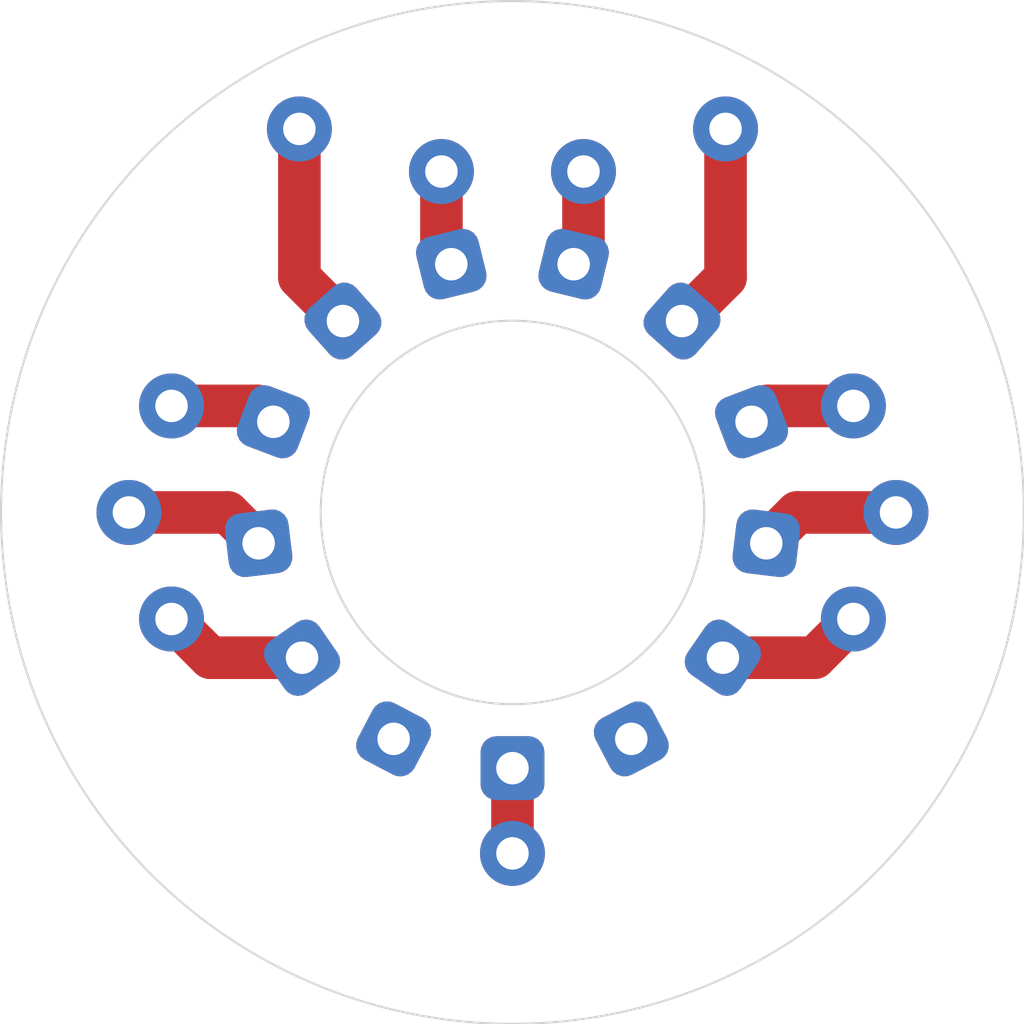
<source format=kicad_pcb>
(kicad_pcb (version 20171130) (host pcbnew 5.1.2)

  (general
    (thickness 1.6)
    (drawings 2)
    (tracks 21)
    (zones 0)
    (modules 2)
    (nets 12)
  )

  (page A4)
  (layers
    (0 F.Cu signal)
    (31 B.Cu signal)
    (32 B.Adhes user)
    (33 F.Adhes user)
    (34 B.Paste user)
    (35 F.Paste user)
    (36 B.SilkS user)
    (37 F.SilkS user)
    (38 B.Mask user)
    (39 F.Mask user)
    (40 Dwgs.User user)
    (41 Cmts.User user)
    (42 Eco1.User user)
    (43 Eco2.User user)
    (44 Edge.Cuts user)
    (45 Margin user)
    (46 B.CrtYd user)
    (47 F.CrtYd user)
    (48 B.Fab user)
    (49 F.Fab user)
  )

  (setup
    (last_trace_width 1)
    (user_trace_width 1)
    (trace_clearance 0.2)
    (zone_clearance 0.508)
    (zone_45_only no)
    (trace_min 0.2)
    (via_size 0.8)
    (via_drill 0.4)
    (via_min_size 0.4)
    (via_min_drill 0.3)
    (uvia_size 0.3)
    (uvia_drill 0.1)
    (uvias_allowed no)
    (uvia_min_size 0.2)
    (uvia_min_drill 0.1)
    (edge_width 0.05)
    (segment_width 0.2)
    (pcb_text_width 0.3)
    (pcb_text_size 1.5 1.5)
    (mod_edge_width 0.12)
    (mod_text_size 1 1)
    (mod_text_width 0.15)
    (pad_size 1.524 1.524)
    (pad_drill 0.762)
    (pad_to_mask_clearance 0.051)
    (solder_mask_min_width 0.25)
    (aux_axis_origin 0 0)
    (visible_elements FFFFFF7F)
    (pcbplotparams
      (layerselection 0x010fc_ffffffff)
      (usegerberextensions false)
      (usegerberattributes false)
      (usegerberadvancedattributes false)
      (creategerberjobfile false)
      (excludeedgelayer true)
      (linewidth 0.100000)
      (plotframeref false)
      (viasonmask false)
      (mode 1)
      (useauxorigin false)
      (hpglpennumber 1)
      (hpglpenspeed 20)
      (hpglpendiameter 15.000000)
      (psnegative false)
      (psa4output false)
      (plotreference true)
      (plotvalue true)
      (plotinvisibletext false)
      (padsonsilk false)
      (subtractmaskfromsilk false)
      (outputformat 1)
      (mirror false)
      (drillshape 1)
      (scaleselection 1)
      (outputdirectory ""))
  )

  (net 0 "")
  (net 1 "Net-(J1-Pad1)")
  (net 2 "Net-(J1-Pad11)")
  (net 3 "Net-(J1-Pad10)")
  (net 4 "Net-(J1-Pad9)")
  (net 5 "Net-(J1-Pad8)")
  (net 6 "Net-(J1-Pad7)")
  (net 7 "Net-(J1-Pad6)")
  (net 8 "Net-(J1-Pad5)")
  (net 9 "Net-(J1-Pad4)")
  (net 10 "Net-(J1-Pad3)")
  (net 11 "Net-(J1-Pad12)")

  (net_class Default 这是默认网络类。
    (clearance 0.2)
    (trace_width 0.25)
    (via_dia 0.8)
    (via_drill 0.4)
    (uvia_dia 0.3)
    (uvia_drill 0.1)
    (add_net "Net-(J1-Pad1)")
    (add_net "Net-(J1-Pad10)")
    (add_net "Net-(J1-Pad11)")
    (add_net "Net-(J1-Pad12)")
    (add_net "Net-(J1-Pad3)")
    (add_net "Net-(J1-Pad4)")
    (add_net "Net-(J1-Pad5)")
    (add_net "Net-(J1-Pad6)")
    (add_net "Net-(J1-Pad7)")
    (add_net "Net-(J1-Pad8)")
    (add_net "Net-(J1-Pad9)")
    (add_net "Net-(J2-Pad13)")
    (add_net "Net-(J2-Pad2)")
  )

  (module in-14jack:in-14 (layer F.Cu) (tedit 5D4A960B) (tstamp 5D4BDC44)
    (at 35 33.5 270)
    (path /5D4BC71C)
    (fp_text reference J2 (at 4.75 -15.25 90) (layer F.SilkS) hide
      (effects (font (size 1 1) (thickness 0.15)))
    )
    (fp_text value Conn_01x13_Female (at 8.25 -10.25) (layer F.Fab) hide
      (effects (font (size 1 1) (thickness 0.15)))
    )
    (pad 13 thru_hole roundrect (at 5.312736 2.788339 242.3076923) (size 1.5 1.5) (drill 0.762) (layers *.Cu *.Mask) (roundrect_rratio 0.25))
    (pad 12 thru_hole roundrect (at 3.408388 4.937903 214.6153846) (size 1.5 1.5) (drill 0.762) (layers *.Cu *.Mask) (roundrect_rratio 0.25)
      (net 11 "Net-(J1-Pad12)"))
    (pad 11 thru_hole roundrect (at 0.72322 5.956253 186.9230769) (size 1.5 1.5) (drill 0.762) (layers *.Cu *.Mask) (roundrect_rratio 0.25)
      (net 2 "Net-(J1-Pad11)"))
    (pad 10 thru_hole roundrect (at -2.127629 5.610097 159.2307692) (size 1.5 1.5) (drill 0.762) (layers *.Cu *.Mask) (roundrect_rratio 0.25)
      (net 3 "Net-(J1-Pad10)"))
    (pad 9 thru_hole roundrect (at -4.491064 3.978736 131.5384615) (size 1.5 1.5) (drill 0.762) (layers *.Cu *.Mask) (roundrect_rratio 0.25)
      (net 4 "Net-(J1-Pad9)"))
    (pad 8 thru_hole roundrect (at -5.825651 1.435894 103.8461538) (size 1.5 1.5) (drill 0.762) (layers *.Cu *.Mask) (roundrect_rratio 0.25)
      (net 5 "Net-(J1-Pad8)"))
    (pad 7 thru_hole roundrect (at -5.825651 -1.435894 76.1538462) (size 1.5 1.5) (drill 0.762) (layers *.Cu *.Mask) (roundrect_rratio 0.25)
      (net 6 "Net-(J1-Pad7)"))
    (pad 6 thru_hole roundrect (at -4.491064 -3.978736 48.4615385) (size 1.5 1.5) (drill 0.762) (layers *.Cu *.Mask) (roundrect_rratio 0.25)
      (net 7 "Net-(J1-Pad6)"))
    (pad 5 thru_hole roundrect (at -2.127629 -5.610097 20.7692308) (size 1.5 1.5) (drill 0.762) (layers *.Cu *.Mask) (roundrect_rratio 0.25)
      (net 8 "Net-(J1-Pad5)"))
    (pad 4 thru_hole roundrect (at 0.72322 -5.956253 353.0769231) (size 1.5 1.5) (drill 0.762) (layers *.Cu *.Mask) (roundrect_rratio 0.25)
      (net 9 "Net-(J1-Pad4)"))
    (pad 3 thru_hole roundrect (at 3.408388 -4.937903 325.3846154) (size 1.5 1.5) (drill 0.762) (layers *.Cu *.Mask) (roundrect_rratio 0.25)
      (net 10 "Net-(J1-Pad3)"))
    (pad 2 thru_hole roundrect (at 5.312736 -2.788339 297.6923077) (size 1.5 1.5) (drill 0.762) (layers *.Cu *.Mask) (roundrect_rratio 0.25))
    (pad 1 thru_hole roundrect (at 6 0 270) (size 1.5 1.5) (drill 0.762) (layers *.Cu *.Mask) (roundrect_rratio 0.25)
      (net 1 "Net-(J1-Pad1)"))
    (model /home/zzh/Downloads/in-14-nixie-tube-1.snapshot.4/NX-SZP-IN14-v01.STEP
      (offset (xyz 0 0 36))
      (scale (xyz 1 1 1))
      (rotate (xyz -90 0 7.25))
    )
  )

  (module HGHardware:NixieTubeJack (layer F.Cu) (tedit 5D4BC3B1) (tstamp 5D4BDC33)
    (at 35 33.5)
    (path /5D4BF2E1)
    (fp_text reference J1 (at 15.75 7) (layer F.SilkS) hide
      (effects (font (size 1 1) (thickness 0.15)))
    )
    (fp_text value Conn_01x13_Male (at 19.25 2.75) (layer F.Fab) hide
      (effects (font (size 1 1) (thickness 0.15)))
    )
    (pad 11 thru_hole circle (at -9 0) (size 1.524 1.524) (drill 0.762) (layers *.Cu *.Mask)
      (net 2 "Net-(J1-Pad11)"))
    (pad 10 thru_hole circle (at -8 -2.5) (size 1.524 1.524) (drill 0.762) (layers *.Cu *.Mask)
      (net 3 "Net-(J1-Pad10)"))
    (pad 9 thru_hole circle (at -5 -9) (size 1.524 1.524) (drill 0.762) (layers *.Cu *.Mask)
      (net 4 "Net-(J1-Pad9)"))
    (pad 8 thru_hole circle (at -1.666667 -8) (size 1.524 1.524) (drill 0.762) (layers *.Cu *.Mask)
      (net 5 "Net-(J1-Pad8)"))
    (pad 7 thru_hole circle (at 1.666666 -8) (size 1.524 1.524) (drill 0.762) (layers *.Cu *.Mask)
      (net 6 "Net-(J1-Pad7)"))
    (pad 6 thru_hole circle (at 5 -9) (size 1.524 1.524) (drill 0.762) (layers *.Cu *.Mask)
      (net 7 "Net-(J1-Pad6)"))
    (pad 12 thru_hole circle (at -8 2.5) (size 1.524 1.524) (drill 0.762) (layers *.Cu *.Mask)
      (net 11 "Net-(J1-Pad12)"))
    (pad 5 thru_hole circle (at 8 -2.5) (size 1.524 1.524) (drill 0.762) (layers *.Cu *.Mask)
      (net 8 "Net-(J1-Pad5)"))
    (pad 4 thru_hole circle (at 9 0) (size 1.524 1.524) (drill 0.762) (layers *.Cu *.Mask)
      (net 9 "Net-(J1-Pad4)"))
    (pad 3 thru_hole circle (at 8 2.5) (size 1.524 1.524) (drill 0.762) (layers *.Cu *.Mask)
      (net 10 "Net-(J1-Pad3)"))
    (pad 1 thru_hole circle (at 0 8) (size 1.524 1.524) (drill 0.762) (layers *.Cu *.Mask)
      (net 1 "Net-(J1-Pad1)"))
  )

  (gr_circle (center 35 33.5) (end 47 33.5) (layer Edge.Cuts) (width 0.05))
  (gr_circle (center 35 33.5) (end 39.5 33.5) (layer Edge.Cuts) (width 0.05))

  (segment (start 35 39.5) (end 35 41.5) (width 1) (layer F.Cu) (net 1))
  (segment (start 28.320527 33.5) (end 29.043747 34.22322) (width 1) (layer F.Cu) (net 2))
  (segment (start 26 33.5) (end 28.320527 33.5) (width 1) (layer F.Cu) (net 2))
  (segment (start 29.017532 31) (end 29.389903 31.372371) (width 1) (layer F.Cu) (net 3))
  (segment (start 27 31) (end 29.017532 31) (width 1) (layer F.Cu) (net 3))
  (segment (start 30 27.987672) (end 31.021264 29.008936) (width 1) (layer F.Cu) (net 4))
  (segment (start 30 24.5) (end 30 27.987672) (width 1) (layer F.Cu) (net 4))
  (segment (start 33.333333 27.443576) (end 33.564106 27.674349) (width 1) (layer F.Cu) (net 5))
  (segment (start 33.333333 25.5) (end 33.333333 27.443576) (width 1) (layer F.Cu) (net 5))
  (segment (start 36.666666 27.443577) (end 36.435894 27.674349) (width 1) (layer F.Cu) (net 6))
  (segment (start 36.666666 25.5) (end 36.666666 27.443577) (width 1) (layer F.Cu) (net 6))
  (segment (start 40 27.987672) (end 38.978736 29.008936) (width 1) (layer F.Cu) (net 7))
  (segment (start 40 24.5) (end 40 27.987672) (width 1) (layer F.Cu) (net 7))
  (segment (start 40.982468 31) (end 40.610097 31.372371) (width 1) (layer F.Cu) (net 8))
  (segment (start 43 31) (end 40.982468 31) (width 1) (layer F.Cu) (net 8))
  (segment (start 41.679473 33.5) (end 40.956253 34.22322) (width 1) (layer F.Cu) (net 9))
  (segment (start 44 33.5) (end 41.679473 33.5) (width 1) (layer F.Cu) (net 9))
  (segment (start 42.091612 36.908388) (end 43 36) (width 1) (layer F.Cu) (net 10))
  (segment (start 39.937903 36.908388) (end 42.091612 36.908388) (width 1) (layer F.Cu) (net 10))
  (segment (start 27.908388 36.908388) (end 27 36) (width 1) (layer F.Cu) (net 11))
  (segment (start 30.062097 36.908388) (end 27.908388 36.908388) (width 1) (layer F.Cu) (net 11))

)

</source>
